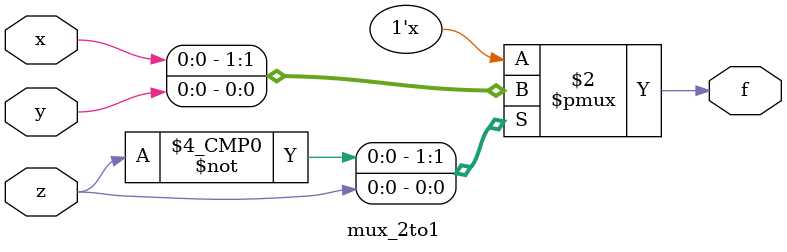
<source format=v>
module mux_4to1(a,b,c,d,s,F);
input a,b,c,d;
input [1:0]s;
output F;
wire q1,q2;

mux_2to1 f1(a,b,s[0],q1);
mux_2to1 f2(c,d,s[0],q2);
mux_2to1 f3(q1,q2,s[1],F);

endmodule

module mux_2to1(x,y,z,f);
input x,y,z;
output reg f;

always@(x,y,z)
begin
case(z)
0 : f <= x;
1 : f <= y;
endcase
end
endmodule



</source>
